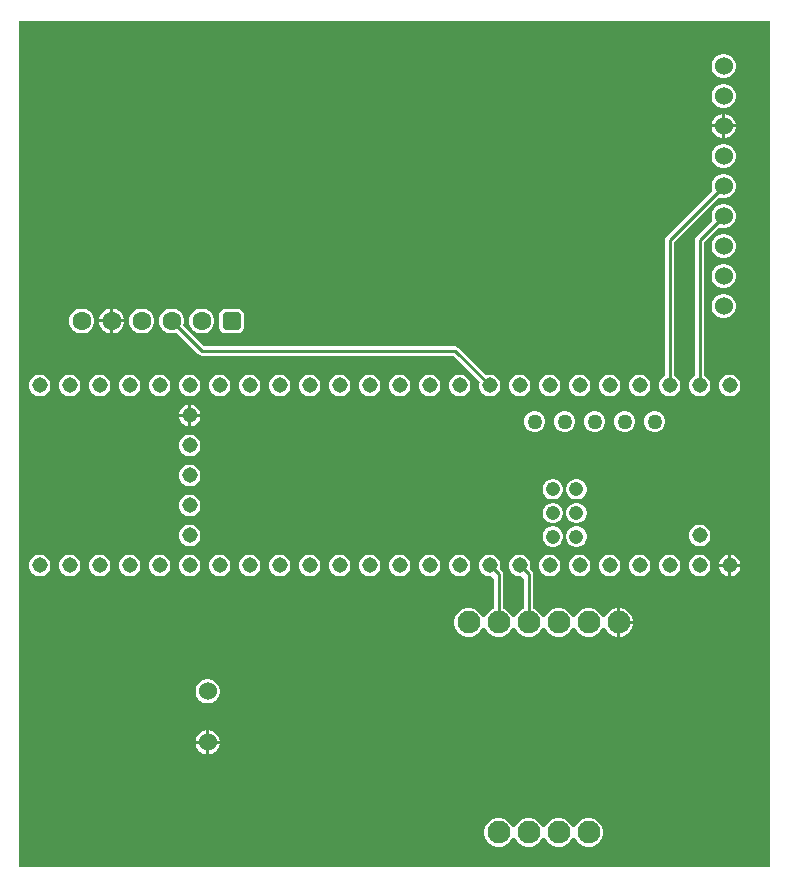
<source format=gbr>
%FSTAX23Y23*%
%MOIN*%
%SFA1B1*%

%IPPOS*%
%AMD27*
4,1,8,-0.015700,-0.031500,0.015700,-0.031500,0.031500,-0.015700,0.031500,0.015700,0.015700,0.031500,-0.015700,0.031500,-0.031500,0.015700,-0.031500,-0.015700,-0.015700,-0.031500,0.0*
1,1,0.031496,-0.015700,-0.015700*
1,1,0.031496,0.015700,-0.015700*
1,1,0.031496,0.015700,0.015700*
1,1,0.031496,-0.015700,0.015700*
%
%ADD13C,0.010000*%
%ADD21C,0.051496*%
%ADD22C,0.049527*%
%ADD23C,0.047559*%
%ADD24C,0.060000*%
%ADD25C,0.076000*%
%ADD26C,0.062992*%
G04~CAMADD=27~8~0.0~0.0~629.9~629.9~157.5~0.0~15~0.0~0.0~0.0~0.0~0~0.0~0.0~0.0~0.0~0~0.0~0.0~0.0~180.0~630.0~630.0*
%ADD27D27*%
%LNpcb1_copper_signal_top-1*%
%LPD*%
G36*
X02505Y0D02*
X0D01*
Y0282*
X02505*
Y0*
G37*
%LNpcb1_copper_signal_top-2*%
%LPC*%
G36*
X02355Y0271D02*
X02344D01*
X02334Y02707*
X02325Y02702*
X02317Y02694*
X02312Y02685*
X0231Y02675*
Y02664*
X02312Y02654*
X02317Y02645*
X02325Y02637*
X02334Y02632*
X02344Y0263*
X02355*
X02365Y02632*
X02374Y02637*
X02382Y02645*
X02387Y02654*
X0239Y02664*
Y02675*
X02387Y02685*
X02382Y02694*
X02374Y02702*
X02365Y02707*
X02355Y0271*
G37*
G36*
Y0261D02*
X02344D01*
X02334Y02607*
X02325Y02602*
X02317Y02594*
X02312Y02585*
X0231Y02575*
Y02564*
X02312Y02554*
X02317Y02545*
X02325Y02537*
X02334Y02532*
X02344Y0253*
X02355*
X02365Y02532*
X02374Y02537*
X02382Y02545*
X02387Y02554*
X0239Y02564*
Y02575*
X02387Y02585*
X02382Y02594*
X02374Y02602*
X02365Y02607*
X02355Y0261*
G37*
G36*
Y0251D02*
X02355D01*
Y02475*
X0239*
Y02475*
X02387Y02485*
X02382Y02494*
X02374Y02502*
X02365Y02507*
X02355Y0251*
G37*
G36*
X02345D02*
X02344D01*
X02334Y02507*
X02325Y02502*
X02317Y02494*
X02312Y02485*
X0231Y02475*
Y02475*
X02345*
Y0251*
G37*
G36*
X0239Y02465D02*
X02355D01*
Y0243*
X02355*
X02365Y02432*
X02374Y02437*
X02382Y02445*
X02387Y02454*
X0239Y02464*
Y02465*
G37*
G36*
X02345D02*
X0231D01*
Y02464*
X02312Y02454*
X02317Y02445*
X02325Y02437*
X02334Y02432*
X02344Y0243*
X02345*
Y02465*
G37*
G36*
X02355Y0241D02*
X02344D01*
X02334Y02407*
X02325Y02402*
X02317Y02394*
X02312Y02385*
X0231Y02375*
Y02364*
X02312Y02354*
X02317Y02345*
X02325Y02337*
X02334Y02332*
X02344Y0233*
X02355*
X02365Y02332*
X02374Y02337*
X02382Y02345*
X02387Y02354*
X0239Y02364*
Y02375*
X02387Y02385*
X02382Y02394*
X02374Y02402*
X02365Y02407*
X02355Y0241*
G37*
G36*
Y0231D02*
X02344D01*
X02334Y02307*
X02325Y02302*
X02317Y02294*
X02312Y02285*
X0231Y02275*
Y02264*
X02312Y02254*
X02312Y02254*
X02159Y021*
X02155Y02095*
X02154Y0209*
Y01637*
X02148Y01633*
X02141Y01626*
X02136Y01618*
X02134Y01609*
Y016*
X02136Y01591*
X02141Y01583*
X02148Y01576*
X02156Y01571*
X02165Y01569*
X02174*
X02183Y01571*
X02191Y01576*
X02198Y01583*
X02203Y01591*
X02205Y016*
Y01609*
X02203Y01618*
X02198Y01626*
X02191Y01633*
X02185Y01637*
Y02083*
X02334Y02232*
X02334Y02232*
X02344Y0223*
X02355*
X02365Y02232*
X02374Y02237*
X02382Y02245*
X02387Y02254*
X0239Y02264*
Y02275*
X02387Y02285*
X02382Y02294*
X02374Y02302*
X02365Y02307*
X02355Y0231*
G37*
G36*
Y0221D02*
X02344D01*
X02334Y02207*
X02325Y02202*
X02317Y02194*
X02312Y02185*
X0231Y02175*
Y02164*
X02312Y02154*
X02312Y02154*
X02259Y021*
X02255Y02095*
X02254Y0209*
Y01637*
X02248Y01633*
X02241Y01626*
X02236Y01618*
X02234Y01609*
Y016*
X02236Y01591*
X02241Y01583*
X02248Y01576*
X02256Y01571*
X02265Y01569*
X02274*
X02283Y01571*
X02291Y01576*
X02298Y01583*
X02303Y01591*
X02305Y016*
Y01609*
X02303Y01618*
X02298Y01626*
X02291Y01633*
X02285Y01637*
Y02083*
X02334Y02132*
X02334Y02132*
X02344Y0213*
X02355*
X02365Y02132*
X02374Y02137*
X02382Y02145*
X02387Y02154*
X0239Y02164*
Y02175*
X02387Y02185*
X02382Y02194*
X02374Y02202*
X02365Y02207*
X02355Y0221*
G37*
G36*
Y0211D02*
X02344D01*
X02334Y02107*
X02325Y02102*
X02317Y02094*
X02312Y02085*
X0231Y02075*
Y02064*
X02312Y02054*
X02317Y02045*
X02325Y02037*
X02334Y02032*
X02344Y0203*
X02355*
X02365Y02032*
X02374Y02037*
X02382Y02045*
X02387Y02054*
X0239Y02064*
Y02075*
X02387Y02085*
X02382Y02094*
X02374Y02102*
X02365Y02107*
X02355Y0211*
G37*
G36*
Y0201D02*
X02344D01*
X02334Y02007*
X02325Y02002*
X02317Y01994*
X02312Y01985*
X0231Y01975*
Y01964*
X02312Y01954*
X02317Y01945*
X02325Y01937*
X02334Y01932*
X02344Y0193*
X02355*
X02365Y01932*
X02374Y01937*
X02382Y01945*
X02387Y01954*
X0239Y01964*
Y01975*
X02387Y01985*
X02382Y01994*
X02374Y02002*
X02365Y02007*
X02355Y0201*
G37*
G36*
Y0191D02*
X02344D01*
X02334Y01907*
X02325Y01902*
X02317Y01894*
X02312Y01885*
X0231Y01875*
Y01864*
X02312Y01854*
X02317Y01845*
X02325Y01837*
X02334Y01832*
X02344Y0183*
X02355*
X02365Y01832*
X02374Y01837*
X02382Y01845*
X02387Y01854*
X0239Y01864*
Y01875*
X02387Y01885*
X02382Y01894*
X02374Y01902*
X02365Y01907*
X02355Y0191*
G37*
G36*
X00315Y01861D02*
X00315D01*
Y01825*
X00351*
Y01825*
X00348Y01836*
X00343Y01845*
X00335Y01853*
X00326Y01858*
X00315Y01861*
G37*
G36*
X00305D02*
X00304D01*
X00293Y01858*
X00284Y01853*
X00276Y01845*
X00271Y01836*
X00268Y01825*
Y01825*
X00305*
Y01861*
G37*
G36*
X00615D02*
X00604D01*
X00593Y01858*
X00584Y01853*
X00576Y01845*
X00571Y01836*
X00568Y01825*
Y01814*
X00571Y01803*
X00576Y01794*
X00584Y01786*
X00593Y01781*
X00604Y01778*
X00615*
X00626Y01781*
X00635Y01786*
X00643Y01794*
X00648Y01803*
X00651Y01814*
Y01825*
X00648Y01836*
X00643Y01845*
X00635Y01853*
X00626Y01858*
X00615Y01861*
G37*
G36*
X00415D02*
X00404D01*
X00393Y01858*
X00384Y01853*
X00376Y01845*
X00371Y01836*
X00368Y01825*
Y01814*
X00371Y01803*
X00376Y01794*
X00384Y01786*
X00393Y01781*
X00404Y01778*
X00415*
X00426Y01781*
X00435Y01786*
X00443Y01794*
X00448Y01803*
X00451Y01814*
Y01825*
X00448Y01836*
X00443Y01845*
X00435Y01853*
X00426Y01858*
X00415Y01861*
G37*
G36*
X00351Y01815D02*
X00315D01*
Y01778*
X00315*
X00326Y01781*
X00335Y01786*
X00343Y01794*
X00348Y01803*
X00351Y01814*
Y01815*
G37*
G36*
X00305D02*
X00268D01*
Y01814*
X00271Y01803*
X00276Y01794*
X00284Y01786*
X00293Y01781*
X00304Y01778*
X00305*
Y01815*
G37*
G36*
X00215Y01861D02*
X00204D01*
X00193Y01858*
X00184Y01853*
X00176Y01845*
X00171Y01836*
X00168Y01825*
Y01814*
X00171Y01803*
X00176Y01794*
X00184Y01786*
X00193Y01781*
X00204Y01778*
X00215*
X00226Y01781*
X00235Y01786*
X00243Y01794*
X00248Y01803*
X00251Y01814*
Y01825*
X00248Y01836*
X00243Y01845*
X00235Y01853*
X00226Y01858*
X00215Y01861*
G37*
G36*
X00725Y01861D02*
X00694D01*
X00687Y0186*
X00681Y01858*
X00675Y01854*
X00671Y01848*
X00669Y01842*
X00668Y01835*
Y01804*
X00669Y01797*
X00671Y01791*
X00675Y01785*
X00681Y01781*
X00687Y01779*
X00694Y01778*
X00725*
X00732Y01779*
X00738Y01781*
X00744Y01785*
X00748Y01791*
X0075Y01797*
X00751Y01804*
Y01835*
X0075Y01842*
X00748Y01848*
X00744Y01854*
X00738Y01858*
X00732Y0186*
X00725Y01861*
G37*
G36*
X02374Y0164D02*
X02365D01*
X02356Y01638*
X02348Y01633*
X02341Y01626*
X02336Y01618*
X02334Y01609*
Y016*
X02336Y01591*
X02341Y01583*
X02348Y01576*
X02356Y01571*
X02365Y01569*
X02374*
X02383Y01571*
X02391Y01576*
X02398Y01583*
X02403Y01591*
X02405Y016*
Y01609*
X02403Y01618*
X02398Y01626*
X02391Y01633*
X02383Y01638*
X02374Y0164*
G37*
G36*
X02074D02*
X02065D01*
X02056Y01638*
X02048Y01633*
X02041Y01626*
X02036Y01618*
X02034Y01609*
Y016*
X02036Y01591*
X02041Y01583*
X02048Y01576*
X02056Y01571*
X02065Y01569*
X02074*
X02083Y01571*
X02091Y01576*
X02098Y01583*
X02103Y01591*
X02105Y016*
Y01609*
X02103Y01618*
X02098Y01626*
X02091Y01633*
X02083Y01638*
X02074Y0164*
G37*
G36*
X01974D02*
X01965D01*
X01956Y01638*
X01948Y01633*
X01941Y01626*
X01936Y01618*
X01934Y01609*
Y016*
X01936Y01591*
X01941Y01583*
X01948Y01576*
X01956Y01571*
X01965Y01569*
X01974*
X01983Y01571*
X01991Y01576*
X01998Y01583*
X02003Y01591*
X02005Y016*
Y01609*
X02003Y01618*
X01998Y01626*
X01991Y01633*
X01983Y01638*
X01974Y0164*
G37*
G36*
X01874D02*
X01865D01*
X01856Y01638*
X01848Y01633*
X01841Y01626*
X01836Y01618*
X01834Y01609*
Y016*
X01836Y01591*
X01841Y01583*
X01848Y01576*
X01856Y01571*
X01865Y01569*
X01874*
X01883Y01571*
X01891Y01576*
X01898Y01583*
X01903Y01591*
X01905Y016*
Y01609*
X01903Y01618*
X01898Y01626*
X01891Y01633*
X01883Y01638*
X01874Y0164*
G37*
G36*
X01774D02*
X01765D01*
X01756Y01638*
X01748Y01633*
X01741Y01626*
X01736Y01618*
X01734Y01609*
Y016*
X01736Y01591*
X01741Y01583*
X01748Y01576*
X01756Y01571*
X01765Y01569*
X01774*
X01783Y01571*
X01791Y01576*
X01798Y01583*
X01803Y01591*
X01805Y016*
Y01609*
X01803Y01618*
X01798Y01626*
X01791Y01633*
X01783Y01638*
X01774Y0164*
G37*
G36*
X01674D02*
X01665D01*
X01656Y01638*
X01648Y01633*
X01641Y01626*
X01636Y01618*
X01634Y01609*
Y016*
X01636Y01591*
X01641Y01583*
X01648Y01576*
X01656Y01571*
X01665Y01569*
X01674*
X01683Y01571*
X01691Y01576*
X01698Y01583*
X01703Y01591*
X01705Y016*
Y01609*
X01703Y01618*
X01698Y01626*
X01691Y01633*
X01683Y01638*
X01674Y0164*
G37*
G36*
X00515Y01861D02*
X00504D01*
X00493Y01858*
X00484Y01853*
X00476Y01845*
X00471Y01836*
X00468Y01825*
Y01814*
X00471Y01803*
X00476Y01794*
X00484Y01786*
X00493Y01781*
X00504Y01778*
X00515*
X00526Y01781*
X00526Y01781*
X00599Y01709*
X00604Y01705*
X0061Y01704*
X01448*
X01536Y01617*
X01534Y01609*
Y016*
X01536Y01591*
X01541Y01583*
X01548Y01576*
X01556Y01571*
X01565Y01569*
X01574*
X01583Y01571*
X01591Y01576*
X01598Y01583*
X01603Y01591*
X01605Y016*
Y01609*
X01603Y01618*
X01598Y01626*
X01591Y01633*
X01583Y01638*
X01574Y0164*
X01565*
X01557Y01638*
X01465Y0173*
X0146Y01734*
X01455Y01735*
X00616*
X00548Y01803*
X00548Y01803*
X00551Y01814*
Y01825*
X00548Y01836*
X00543Y01845*
X00535Y01853*
X00526Y01858*
X00515Y01861*
G37*
G36*
X01474Y0164D02*
X01465D01*
X01456Y01638*
X01448Y01633*
X01441Y01626*
X01436Y01618*
X01434Y01609*
Y016*
X01436Y01591*
X01441Y01583*
X01448Y01576*
X01456Y01571*
X01465Y01569*
X01474*
X01483Y01571*
X01491Y01576*
X01498Y01583*
X01503Y01591*
X01505Y016*
Y01609*
X01503Y01618*
X01498Y01626*
X01491Y01633*
X01483Y01638*
X01474Y0164*
G37*
G36*
X01374D02*
X01365D01*
X01356Y01638*
X01348Y01633*
X01341Y01626*
X01336Y01618*
X01334Y01609*
Y016*
X01336Y01591*
X01341Y01583*
X01348Y01576*
X01356Y01571*
X01365Y01569*
X01374*
X01383Y01571*
X01391Y01576*
X01398Y01583*
X01403Y01591*
X01405Y016*
Y01609*
X01403Y01618*
X01398Y01626*
X01391Y01633*
X01383Y01638*
X01374Y0164*
G37*
G36*
X01274D02*
X01265D01*
X01256Y01638*
X01248Y01633*
X01241Y01626*
X01236Y01618*
X01234Y01609*
Y016*
X01236Y01591*
X01241Y01583*
X01248Y01576*
X01256Y01571*
X01265Y01569*
X01274*
X01283Y01571*
X01291Y01576*
X01298Y01583*
X01303Y01591*
X01305Y016*
Y01609*
X01303Y01618*
X01298Y01626*
X01291Y01633*
X01283Y01638*
X01274Y0164*
G37*
G36*
X01174D02*
X01165D01*
X01156Y01638*
X01148Y01633*
X01141Y01626*
X01136Y01618*
X01134Y01609*
Y016*
X01136Y01591*
X01141Y01583*
X01148Y01576*
X01156Y01571*
X01165Y01569*
X01174*
X01183Y01571*
X01191Y01576*
X01198Y01583*
X01203Y01591*
X01205Y016*
Y01609*
X01203Y01618*
X01198Y01626*
X01191Y01633*
X01183Y01638*
X01174Y0164*
G37*
G36*
X01074D02*
X01065D01*
X01056Y01638*
X01048Y01633*
X01041Y01626*
X01036Y01618*
X01034Y01609*
Y016*
X01036Y01591*
X01041Y01583*
X01048Y01576*
X01056Y01571*
X01065Y01569*
X01074*
X01083Y01571*
X01091Y01576*
X01098Y01583*
X01103Y01591*
X01105Y016*
Y01609*
X01103Y01618*
X01098Y01626*
X01091Y01633*
X01083Y01638*
X01074Y0164*
G37*
G36*
X00974D02*
X00965D01*
X00956Y01638*
X00948Y01633*
X00941Y01626*
X00936Y01618*
X00934Y01609*
Y016*
X00936Y01591*
X00941Y01583*
X00948Y01576*
X00956Y01571*
X00965Y01569*
X00974*
X00983Y01571*
X00991Y01576*
X00998Y01583*
X01003Y01591*
X01005Y016*
Y01609*
X01003Y01618*
X00998Y01626*
X00991Y01633*
X00983Y01638*
X00974Y0164*
G37*
G36*
X00874D02*
X00865D01*
X00856Y01638*
X00848Y01633*
X00841Y01626*
X00836Y01618*
X00834Y01609*
Y016*
X00836Y01591*
X00841Y01583*
X00848Y01576*
X00856Y01571*
X00865Y01569*
X00874*
X00883Y01571*
X00891Y01576*
X00898Y01583*
X00903Y01591*
X00905Y016*
Y01609*
X00903Y01618*
X00898Y01626*
X00891Y01633*
X00883Y01638*
X00874Y0164*
G37*
G36*
X00774D02*
X00765D01*
X00756Y01638*
X00748Y01633*
X00741Y01626*
X00736Y01618*
X00734Y01609*
Y016*
X00736Y01591*
X00741Y01583*
X00748Y01576*
X00756Y01571*
X00765Y01569*
X00774*
X00783Y01571*
X00791Y01576*
X00798Y01583*
X00803Y01591*
X00805Y016*
Y01609*
X00803Y01618*
X00798Y01626*
X00791Y01633*
X00783Y01638*
X00774Y0164*
G37*
G36*
X00674D02*
X00665D01*
X00656Y01638*
X00648Y01633*
X00641Y01626*
X00636Y01618*
X00634Y01609*
Y016*
X00636Y01591*
X00641Y01583*
X00648Y01576*
X00656Y01571*
X00665Y01569*
X00674*
X00683Y01571*
X00691Y01576*
X00698Y01583*
X00703Y01591*
X00705Y016*
Y01609*
X00703Y01618*
X00698Y01626*
X00691Y01633*
X00683Y01638*
X00674Y0164*
G37*
G36*
X00574D02*
X00565D01*
X00556Y01638*
X00548Y01633*
X00541Y01626*
X00536Y01618*
X00534Y01609*
Y016*
X00536Y01591*
X00541Y01583*
X00548Y01576*
X00556Y01571*
X00565Y01569*
X00574*
X00583Y01571*
X00591Y01576*
X00598Y01583*
X00603Y01591*
X00605Y016*
Y01609*
X00603Y01618*
X00598Y01626*
X00591Y01633*
X00583Y01638*
X00574Y0164*
G37*
G36*
X00474D02*
X00465D01*
X00456Y01638*
X00448Y01633*
X00441Y01626*
X00436Y01618*
X00434Y01609*
Y016*
X00436Y01591*
X00441Y01583*
X00448Y01576*
X00456Y01571*
X00465Y01569*
X00474*
X00483Y01571*
X00491Y01576*
X00498Y01583*
X00503Y01591*
X00505Y016*
Y01609*
X00503Y01618*
X00498Y01626*
X00491Y01633*
X00483Y01638*
X00474Y0164*
G37*
G36*
X00374D02*
X00365D01*
X00356Y01638*
X00348Y01633*
X00341Y01626*
X00336Y01618*
X00334Y01609*
Y016*
X00336Y01591*
X00341Y01583*
X00348Y01576*
X00356Y01571*
X00365Y01569*
X00374*
X00383Y01571*
X00391Y01576*
X00398Y01583*
X00403Y01591*
X00405Y016*
Y01609*
X00403Y01618*
X00398Y01626*
X00391Y01633*
X00383Y01638*
X00374Y0164*
G37*
G36*
X00274D02*
X00265D01*
X00256Y01638*
X00248Y01633*
X00241Y01626*
X00236Y01618*
X00234Y01609*
Y016*
X00236Y01591*
X00241Y01583*
X00248Y01576*
X00256Y01571*
X00265Y01569*
X00274*
X00283Y01571*
X00291Y01576*
X00298Y01583*
X00303Y01591*
X00305Y016*
Y01609*
X00303Y01618*
X00298Y01626*
X00291Y01633*
X00283Y01638*
X00274Y0164*
G37*
G36*
X00174D02*
X00165D01*
X00156Y01638*
X00148Y01633*
X00141Y01626*
X00136Y01618*
X00134Y01609*
Y016*
X00136Y01591*
X00141Y01583*
X00148Y01576*
X00156Y01571*
X00165Y01569*
X00174*
X00183Y01571*
X00191Y01576*
X00198Y01583*
X00203Y01591*
X00205Y016*
Y01609*
X00203Y01618*
X00198Y01626*
X00191Y01633*
X00183Y01638*
X00174Y0164*
G37*
G36*
X00074D02*
X00065D01*
X00056Y01638*
X00048Y01633*
X00041Y01626*
X00036Y01618*
X00034Y01609*
Y016*
X00036Y01591*
X00041Y01583*
X00048Y01576*
X00056Y01571*
X00065Y01569*
X00074*
X00083Y01571*
X00091Y01576*
X00098Y01583*
X00103Y01591*
X00105Y016*
Y01609*
X00103Y01618*
X00098Y01626*
X00091Y01633*
X00083Y01638*
X00074Y0164*
G37*
G36*
X00575Y0154D02*
Y0151D01*
X00605*
X00603Y01518*
X00598Y01526*
X00591Y01533*
X00583Y01538*
X00575Y0154*
G37*
G36*
X00565D02*
X00556Y01538D01*
X00548Y01533*
X00541Y01526*
X00536Y01518*
X00534Y0151*
X00565*
Y0154*
G37*
G36*
X00605Y015D02*
X00575D01*
Y01469*
X00583Y01471*
X00591Y01476*
X00598Y01483*
X00603Y01491*
X00605Y015*
G37*
G36*
X00565D02*
X00534D01*
X00536Y01491*
X00541Y01483*
X00548Y01476*
X00556Y01471*
X00565Y01469*
Y015*
G37*
G36*
X02124Y01519D02*
X02115D01*
X02106Y01517*
X02098Y01512*
X02092Y01506*
X02087Y01498*
X02085Y01489*
Y0148*
X02087Y01471*
X02092Y01463*
X02098Y01457*
X02106Y01452*
X02115Y0145*
X02124*
X02133Y01452*
X02141Y01457*
X02147Y01463*
X02152Y01471*
X02154Y0148*
Y01489*
X02152Y01498*
X02147Y01506*
X02141Y01512*
X02133Y01517*
X02124Y01519*
G37*
G36*
X02024D02*
X02015D01*
X02006Y01517*
X01998Y01512*
X01992Y01506*
X01987Y01498*
X01985Y01489*
Y0148*
X01987Y01471*
X01992Y01463*
X01998Y01457*
X02006Y01452*
X02015Y0145*
X02024*
X02033Y01452*
X02041Y01457*
X02047Y01463*
X02052Y01471*
X02054Y0148*
Y01489*
X02052Y01498*
X02047Y01506*
X02041Y01512*
X02033Y01517*
X02024Y01519*
G37*
G36*
X01924D02*
X01915D01*
X01906Y01517*
X01898Y01512*
X01892Y01506*
X01887Y01498*
X01885Y01489*
Y0148*
X01887Y01471*
X01892Y01463*
X01898Y01457*
X01906Y01452*
X01915Y0145*
X01924*
X01933Y01452*
X01941Y01457*
X01947Y01463*
X01952Y01471*
X01954Y0148*
Y01489*
X01952Y01498*
X01947Y01506*
X01941Y01512*
X01933Y01517*
X01924Y01519*
G37*
G36*
X01824D02*
X01815D01*
X01806Y01517*
X01798Y01512*
X01792Y01506*
X01787Y01498*
X01785Y01489*
Y0148*
X01787Y01471*
X01792Y01463*
X01798Y01457*
X01806Y01452*
X01815Y0145*
X01824*
X01833Y01452*
X01841Y01457*
X01847Y01463*
X01852Y01471*
X01854Y0148*
Y01489*
X01852Y01498*
X01847Y01506*
X01841Y01512*
X01833Y01517*
X01824Y01519*
G37*
G36*
X01724D02*
X01715D01*
X01706Y01517*
X01698Y01512*
X01692Y01506*
X01687Y01498*
X01685Y01489*
Y0148*
X01687Y01471*
X01692Y01463*
X01698Y01457*
X01706Y01452*
X01715Y0145*
X01724*
X01733Y01452*
X01741Y01457*
X01747Y01463*
X01752Y01471*
X01754Y0148*
Y01489*
X01752Y01498*
X01747Y01506*
X01741Y01512*
X01733Y01517*
X01724Y01519*
G37*
G36*
X00574Y0144D02*
X00565D01*
X00556Y01438*
X00548Y01433*
X00541Y01426*
X00536Y01418*
X00534Y01409*
Y014*
X00536Y01391*
X00541Y01383*
X00548Y01376*
X00556Y01371*
X00565Y01369*
X00574*
X00583Y01371*
X00591Y01376*
X00598Y01383*
X00603Y01391*
X00605Y014*
Y01409*
X00603Y01418*
X00598Y01426*
X00591Y01433*
X00583Y01438*
X00574Y0144*
G37*
G36*
Y0134D02*
X00565D01*
X00556Y01338*
X00548Y01333*
X00541Y01326*
X00536Y01318*
X00534Y01309*
Y013*
X00536Y01291*
X00541Y01283*
X00548Y01276*
X00556Y01271*
X00565Y01269*
X00574*
X00583Y01271*
X00591Y01276*
X00598Y01283*
X00603Y01291*
X00605Y013*
Y01309*
X00603Y01318*
X00598Y01326*
X00591Y01333*
X00583Y01338*
X00574Y0134*
G37*
G36*
X01863Y01292D02*
X01854D01*
X01846Y0129*
X01838Y01285*
X01832Y01279*
X01827Y01271*
X01825Y01263*
Y01254*
X01827Y01245*
X01832Y01238*
X01838Y01231*
X01846Y01227*
X01854Y01225*
X01863*
X01872Y01227*
X0188Y01231*
X01886Y01238*
X0189Y01245*
X01893Y01254*
Y01263*
X0189Y01271*
X01886Y01279*
X0188Y01285*
X01872Y0129*
X01863Y01292*
G37*
G36*
X01785D02*
X01776D01*
X01767Y0129*
X01759Y01285*
X01753Y01279*
X01749Y01271*
X01746Y01263*
Y01254*
X01749Y01245*
X01753Y01238*
X01759Y01231*
X01767Y01227*
X01776Y01225*
X01785*
X01793Y01227*
X01801Y01231*
X01807Y01238*
X01812Y01245*
X01814Y01254*
Y01263*
X01812Y01271*
X01807Y01279*
X01801Y01285*
X01793Y0129*
X01785Y01292*
G37*
G36*
X00574Y0124D02*
X00565D01*
X00556Y01238*
X00548Y01233*
X00541Y01226*
X00536Y01218*
X00534Y01209*
Y012*
X00536Y01191*
X00541Y01183*
X00548Y01176*
X00556Y01171*
X00565Y01169*
X00574*
X00583Y01171*
X00591Y01176*
X00598Y01183*
X00603Y01191*
X00605Y012*
Y01209*
X00603Y01218*
X00598Y01226*
X00591Y01233*
X00583Y01238*
X00574Y0124*
G37*
G36*
X01863Y01213D02*
X01854D01*
X01846Y01211*
X01838Y01207*
X01832Y012*
X01827Y01193*
X01825Y01184*
Y01175*
X01827Y01167*
X01832Y01159*
X01838Y01153*
X01846Y01148*
X01854Y01146*
X01863*
X01872Y01148*
X0188Y01153*
X01886Y01159*
X0189Y01167*
X01893Y01175*
Y01184*
X0189Y01193*
X01886Y012*
X0188Y01207*
X01872Y01211*
X01863Y01213*
G37*
G36*
X01785D02*
X01776D01*
X01767Y01211*
X01759Y01207*
X01753Y012*
X01749Y01193*
X01746Y01184*
Y01175*
X01749Y01167*
X01753Y01159*
X01759Y01153*
X01767Y01148*
X01776Y01146*
X01785*
X01793Y01148*
X01801Y01153*
X01807Y01159*
X01812Y01167*
X01814Y01175*
Y01184*
X01812Y01193*
X01807Y012*
X01801Y01207*
X01793Y01211*
X01785Y01213*
G37*
G36*
X02274Y0114D02*
X02265D01*
X02256Y01138*
X02248Y01133*
X02241Y01126*
X02236Y01118*
X02234Y01109*
Y011*
X02236Y01091*
X02241Y01083*
X02248Y01076*
X02256Y01071*
X02265Y01069*
X02274*
X02283Y01071*
X02291Y01076*
X02298Y01083*
X02303Y01091*
X02305Y011*
Y01109*
X02303Y01118*
X02298Y01126*
X02291Y01133*
X02283Y01138*
X02274Y0114*
G37*
G36*
X00574D02*
X00565D01*
X00556Y01138*
X00548Y01133*
X00541Y01126*
X00536Y01118*
X00534Y01109*
Y011*
X00536Y01091*
X00541Y01083*
X00548Y01076*
X00556Y01071*
X00565Y01069*
X00574*
X00583Y01071*
X00591Y01076*
X00598Y01083*
X00603Y01091*
X00605Y011*
Y01109*
X00603Y01118*
X00598Y01126*
X00591Y01133*
X00583Y01138*
X00574Y0114*
G37*
G36*
X01863Y01135D02*
X01854D01*
X01846Y01132*
X01838Y01128*
X01832Y01122*
X01827Y01114*
X01825Y01105*
Y01097*
X01827Y01088*
X01832Y0108*
X01838Y01074*
X01846Y01069*
X01854Y01067*
X01863*
X01872Y01069*
X0188Y01074*
X01886Y0108*
X0189Y01088*
X01893Y01097*
Y01105*
X0189Y01114*
X01886Y01122*
X0188Y01128*
X01872Y01132*
X01863Y01135*
G37*
G36*
X01785D02*
X01776D01*
X01767Y01132*
X01759Y01128*
X01753Y01122*
X01749Y01114*
X01746Y01105*
Y01097*
X01749Y01088*
X01753Y0108*
X01759Y01074*
X01767Y01069*
X01776Y01067*
X01785*
X01793Y01069*
X01801Y01074*
X01807Y0108*
X01812Y01088*
X01814Y01097*
Y01105*
X01812Y01114*
X01807Y01122*
X01801Y01128*
X01793Y01132*
X01785Y01135*
G37*
G36*
X02375Y0104D02*
Y0101D01*
X02405*
X02403Y01018*
X02398Y01026*
X02391Y01033*
X02383Y01038*
X02375Y0104*
G37*
G36*
X02365D02*
X02356Y01038D01*
X02348Y01033*
X02341Y01026*
X02336Y01018*
X02334Y0101*
X02365*
Y0104*
G37*
G36*
X02405Y01D02*
X02375D01*
Y00969*
X02383Y00971*
X02391Y00976*
X02398Y00983*
X02403Y00991*
X02405Y01*
G37*
G36*
X02365D02*
X02334D01*
X02336Y00991*
X02341Y00983*
X02348Y00976*
X02356Y00971*
X02365Y00969*
Y01*
G37*
G36*
X02274Y0104D02*
X02265D01*
X02256Y01038*
X02248Y01033*
X02241Y01026*
X02236Y01018*
X02234Y01009*
Y01*
X02236Y00991*
X02241Y00983*
X02248Y00976*
X02256Y00971*
X02265Y00969*
X02274*
X02283Y00971*
X02291Y00976*
X02298Y00983*
X02303Y00991*
X02305Y01*
Y01009*
X02303Y01018*
X02298Y01026*
X02291Y01033*
X02283Y01038*
X02274Y0104*
G37*
G36*
X02174D02*
X02165D01*
X02156Y01038*
X02148Y01033*
X02141Y01026*
X02136Y01018*
X02134Y01009*
Y01*
X02136Y00991*
X02141Y00983*
X02148Y00976*
X02156Y00971*
X02165Y00969*
X02174*
X02183Y00971*
X02191Y00976*
X02198Y00983*
X02203Y00991*
X02205Y01*
Y01009*
X02203Y01018*
X02198Y01026*
X02191Y01033*
X02183Y01038*
X02174Y0104*
G37*
G36*
X02074D02*
X02065D01*
X02056Y01038*
X02048Y01033*
X02041Y01026*
X02036Y01018*
X02034Y01009*
Y01*
X02036Y00991*
X02041Y00983*
X02048Y00976*
X02056Y00971*
X02065Y00969*
X02074*
X02083Y00971*
X02091Y00976*
X02098Y00983*
X02103Y00991*
X02105Y01*
Y01009*
X02103Y01018*
X02098Y01026*
X02091Y01033*
X02083Y01038*
X02074Y0104*
G37*
G36*
X01974D02*
X01965D01*
X01956Y01038*
X01948Y01033*
X01941Y01026*
X01936Y01018*
X01934Y01009*
Y01*
X01936Y00991*
X01941Y00983*
X01948Y00976*
X01956Y00971*
X01965Y00969*
X01974*
X01983Y00971*
X01991Y00976*
X01998Y00983*
X02003Y00991*
X02005Y01*
Y01009*
X02003Y01018*
X01998Y01026*
X01991Y01033*
X01983Y01038*
X01974Y0104*
G37*
G36*
X01874D02*
X01865D01*
X01856Y01038*
X01848Y01033*
X01841Y01026*
X01836Y01018*
X01834Y01009*
Y01*
X01836Y00991*
X01841Y00983*
X01848Y00976*
X01856Y00971*
X01865Y00969*
X01874*
X01883Y00971*
X01891Y00976*
X01898Y00983*
X01903Y00991*
X01905Y01*
Y01009*
X01903Y01018*
X01898Y01026*
X01891Y01033*
X01883Y01038*
X01874Y0104*
G37*
G36*
X01774D02*
X01765D01*
X01756Y01038*
X01748Y01033*
X01741Y01026*
X01736Y01018*
X01734Y01009*
Y01*
X01736Y00991*
X01741Y00983*
X01748Y00976*
X01756Y00971*
X01765Y00969*
X01774*
X01783Y00971*
X01791Y00976*
X01798Y00983*
X01803Y00991*
X01805Y01*
Y01009*
X01803Y01018*
X01798Y01026*
X01791Y01033*
X01783Y01038*
X01774Y0104*
G37*
G36*
X01474D02*
X01465D01*
X01456Y01038*
X01448Y01033*
X01441Y01026*
X01436Y01018*
X01434Y01009*
Y01*
X01436Y00991*
X01441Y00983*
X01448Y00976*
X01456Y00971*
X01465Y00969*
X01474*
X01483Y00971*
X01491Y00976*
X01498Y00983*
X01503Y00991*
X01505Y01*
Y01009*
X01503Y01018*
X01498Y01026*
X01491Y01033*
X01483Y01038*
X01474Y0104*
G37*
G36*
X01374D02*
X01365D01*
X01356Y01038*
X01348Y01033*
X01341Y01026*
X01336Y01018*
X01334Y01009*
Y01*
X01336Y00991*
X01341Y00983*
X01348Y00976*
X01356Y00971*
X01365Y00969*
X01374*
X01383Y00971*
X01391Y00976*
X01398Y00983*
X01403Y00991*
X01405Y01*
Y01009*
X01403Y01018*
X01398Y01026*
X01391Y01033*
X01383Y01038*
X01374Y0104*
G37*
G36*
X01274D02*
X01265D01*
X01256Y01038*
X01248Y01033*
X01241Y01026*
X01236Y01018*
X01234Y01009*
Y01*
X01236Y00991*
X01241Y00983*
X01248Y00976*
X01256Y00971*
X01265Y00969*
X01274*
X01283Y00971*
X01291Y00976*
X01298Y00983*
X01303Y00991*
X01305Y01*
Y01009*
X01303Y01018*
X01298Y01026*
X01291Y01033*
X01283Y01038*
X01274Y0104*
G37*
G36*
X01174D02*
X01165D01*
X01156Y01038*
X01148Y01033*
X01141Y01026*
X01136Y01018*
X01134Y01009*
Y01*
X01136Y00991*
X01141Y00983*
X01148Y00976*
X01156Y00971*
X01165Y00969*
X01174*
X01183Y00971*
X01191Y00976*
X01198Y00983*
X01203Y00991*
X01205Y01*
Y01009*
X01203Y01018*
X01198Y01026*
X01191Y01033*
X01183Y01038*
X01174Y0104*
G37*
G36*
X01074D02*
X01065D01*
X01056Y01038*
X01048Y01033*
X01041Y01026*
X01036Y01018*
X01034Y01009*
Y01*
X01036Y00991*
X01041Y00983*
X01048Y00976*
X01056Y00971*
X01065Y00969*
X01074*
X01083Y00971*
X01091Y00976*
X01098Y00983*
X01103Y00991*
X01105Y01*
Y01009*
X01103Y01018*
X01098Y01026*
X01091Y01033*
X01083Y01038*
X01074Y0104*
G37*
G36*
X00974D02*
X00965D01*
X00956Y01038*
X00948Y01033*
X00941Y01026*
X00936Y01018*
X00934Y01009*
Y01*
X00936Y00991*
X00941Y00983*
X00948Y00976*
X00956Y00971*
X00965Y00969*
X00974*
X00983Y00971*
X00991Y00976*
X00998Y00983*
X01003Y00991*
X01005Y01*
Y01009*
X01003Y01018*
X00998Y01026*
X00991Y01033*
X00983Y01038*
X00974Y0104*
G37*
G36*
X00874D02*
X00865D01*
X00856Y01038*
X00848Y01033*
X00841Y01026*
X00836Y01018*
X00834Y01009*
Y01*
X00836Y00991*
X00841Y00983*
X00848Y00976*
X00856Y00971*
X00865Y00969*
X00874*
X00883Y00971*
X00891Y00976*
X00898Y00983*
X00903Y00991*
X00905Y01*
Y01009*
X00903Y01018*
X00898Y01026*
X00891Y01033*
X00883Y01038*
X00874Y0104*
G37*
G36*
X00774D02*
X00765D01*
X00756Y01038*
X00748Y01033*
X00741Y01026*
X00736Y01018*
X00734Y01009*
Y01*
X00736Y00991*
X00741Y00983*
X00748Y00976*
X00756Y00971*
X00765Y00969*
X00774*
X00783Y00971*
X00791Y00976*
X00798Y00983*
X00803Y00991*
X00805Y01*
Y01009*
X00803Y01018*
X00798Y01026*
X00791Y01033*
X00783Y01038*
X00774Y0104*
G37*
G36*
X00674D02*
X00665D01*
X00656Y01038*
X00648Y01033*
X00641Y01026*
X00636Y01018*
X00634Y01009*
Y01*
X00636Y00991*
X00641Y00983*
X00648Y00976*
X00656Y00971*
X00665Y00969*
X00674*
X00683Y00971*
X00691Y00976*
X00698Y00983*
X00703Y00991*
X00705Y01*
Y01009*
X00703Y01018*
X00698Y01026*
X00691Y01033*
X00683Y01038*
X00674Y0104*
G37*
G36*
X00574D02*
X00565D01*
X00556Y01038*
X00548Y01033*
X00541Y01026*
X00536Y01018*
X00534Y01009*
Y01*
X00536Y00991*
X00541Y00983*
X00548Y00976*
X00556Y00971*
X00565Y00969*
X00574*
X00583Y00971*
X00591Y00976*
X00598Y00983*
X00603Y00991*
X00605Y01*
Y01009*
X00603Y01018*
X00598Y01026*
X00591Y01033*
X00583Y01038*
X00574Y0104*
G37*
G36*
X00474D02*
X00465D01*
X00456Y01038*
X00448Y01033*
X00441Y01026*
X00436Y01018*
X00434Y01009*
Y01*
X00436Y00991*
X00441Y00983*
X00448Y00976*
X00456Y00971*
X00465Y00969*
X00474*
X00483Y00971*
X00491Y00976*
X00498Y00983*
X00503Y00991*
X00505Y01*
Y01009*
X00503Y01018*
X00498Y01026*
X00491Y01033*
X00483Y01038*
X00474Y0104*
G37*
G36*
X00374D02*
X00365D01*
X00356Y01038*
X00348Y01033*
X00341Y01026*
X00336Y01018*
X00334Y01009*
Y01*
X00336Y00991*
X00341Y00983*
X00348Y00976*
X00356Y00971*
X00365Y00969*
X00374*
X00383Y00971*
X00391Y00976*
X00398Y00983*
X00403Y00991*
X00405Y01*
Y01009*
X00403Y01018*
X00398Y01026*
X00391Y01033*
X00383Y01038*
X00374Y0104*
G37*
G36*
X00274D02*
X00265D01*
X00256Y01038*
X00248Y01033*
X00241Y01026*
X00236Y01018*
X00234Y01009*
Y01*
X00236Y00991*
X00241Y00983*
X00248Y00976*
X00256Y00971*
X00265Y00969*
X00274*
X00283Y00971*
X00291Y00976*
X00298Y00983*
X00303Y00991*
X00305Y01*
Y01009*
X00303Y01018*
X00298Y01026*
X00291Y01033*
X00283Y01038*
X00274Y0104*
G37*
G36*
X00174D02*
X00165D01*
X00156Y01038*
X00148Y01033*
X00141Y01026*
X00136Y01018*
X00134Y01009*
Y01*
X00136Y00991*
X00141Y00983*
X00148Y00976*
X00156Y00971*
X00165Y00969*
X00174*
X00183Y00971*
X00191Y00976*
X00198Y00983*
X00203Y00991*
X00205Y01*
Y01009*
X00203Y01018*
X00198Y01026*
X00191Y01033*
X00183Y01038*
X00174Y0104*
G37*
G36*
X00074D02*
X00065D01*
X00056Y01038*
X00048Y01033*
X00041Y01026*
X00036Y01018*
X00034Y01009*
Y01*
X00036Y00991*
X00041Y00983*
X00048Y00976*
X00056Y00971*
X00065Y00969*
X00074*
X00083Y00971*
X00091Y00976*
X00098Y00983*
X00103Y00991*
X00105Y01*
Y01009*
X00103Y01018*
X00098Y01026*
X00091Y01033*
X00083Y01038*
X00074Y0104*
G37*
G36*
X01674D02*
X01665D01*
X01656Y01038*
X01648Y01033*
X01641Y01026*
X01636Y01018*
X01634Y01009*
Y01*
X01636Y00991*
X01641Y00983*
X01648Y00976*
X01656Y00971*
X01665Y00969*
X01674*
X01674Y00969*
X01684Y00961*
Y0086*
X01681Y00859*
X0167Y00853*
X01661Y00844*
X01655Y00833*
X01655Y00833*
X01644*
X01644Y00833*
X01638Y00844*
X01629Y00853*
X01618Y00859*
X01615Y0086*
Y00975*
X01614Y0098*
X0161Y00985*
X01603Y00992*
X01605Y01*
Y01009*
X01603Y01018*
X01598Y01026*
X01591Y01033*
X01583Y01038*
X01574Y0104*
X01565*
X01556Y01038*
X01548Y01033*
X01541Y01026*
X01536Y01018*
X01534Y01009*
Y01*
X01536Y00991*
X01541Y00983*
X01548Y00976*
X01556Y00971*
X01565Y00969*
X01574*
X01574Y00969*
X01584Y00961*
Y0086*
X01581Y00859*
X0157Y00853*
X01561Y00844*
X01555Y00833*
X01555Y00833*
X01544*
X01544Y00833*
X01538Y00844*
X01529Y00853*
X01518Y00859*
X01506Y00863*
X01493*
X01481Y00859*
X0147Y00853*
X01461Y00844*
X01455Y00833*
X01452Y00821*
Y00808*
X01455Y00796*
X01461Y00785*
X0147Y00776*
X01481Y0077*
X01493Y00767*
X01506*
X01518Y0077*
X01529Y00776*
X01538Y00785*
X01544Y00796*
X01544Y00796*
X01555*
X01555Y00796*
X01561Y00785*
X0157Y00776*
X01581Y0077*
X01593Y00767*
X01606*
X01618Y0077*
X01629Y00776*
X01638Y00785*
X01644Y00796*
X01644Y00796*
X01655*
X01655Y00796*
X01661Y00785*
X0167Y00776*
X01681Y0077*
X01693Y00767*
X01706*
X01718Y0077*
X01729Y00776*
X01738Y00785*
X01744Y00796*
X01744Y00796*
X01755*
X01755Y00796*
X01761Y00785*
X0177Y00776*
X01781Y0077*
X01793Y00767*
X01806*
X01818Y0077*
X01829Y00776*
X01838Y00785*
X01844Y00796*
X01844Y00796*
X01855*
X01855Y00796*
X01861Y00785*
X0187Y00776*
X01881Y0077*
X01893Y00767*
X01906*
X01918Y0077*
X01929Y00776*
X01938Y00785*
X01944Y00796*
X01944Y00796*
X01955*
X01955Y00796*
X01961Y00785*
X0197Y00776*
X01981Y0077*
X01993Y00767*
X01995*
Y00815*
Y00863*
X01993*
X01981Y00859*
X0197Y00853*
X01961Y00844*
X01955Y00833*
X01955Y00833*
X01944*
X01944Y00833*
X01938Y00844*
X01929Y00853*
X01918Y00859*
X01906Y00863*
X01893*
X01881Y00859*
X0187Y00853*
X01861Y00844*
X01855Y00833*
X01855Y00833*
X01844*
X01844Y00833*
X01838Y00844*
X01829Y00853*
X01818Y00859*
X01806Y00863*
X01793*
X01781Y00859*
X0177Y00853*
X01761Y00844*
X01755Y00833*
X01755Y00833*
X01744*
X01744Y00833*
X01738Y00844*
X01729Y00853*
X01718Y00859*
X01715Y0086*
Y00975*
X01714Y0098*
X0171Y00985*
X01703Y00992*
X01705Y01*
Y01009*
X01703Y01018*
X01698Y01026*
X01691Y01033*
X01683Y01038*
X01674Y0104*
G37*
G36*
X02006Y00863D02*
X02005D01*
Y0082*
X02048*
Y00821*
X02044Y00833*
X02038Y00844*
X02029Y00853*
X02018Y00859*
X02006Y00863*
G37*
G36*
X02048Y0081D02*
X02005D01*
Y00767*
X02006*
X02018Y0077*
X02029Y00776*
X02038Y00785*
X02044Y00796*
X02048Y00808*
Y0081*
G37*
G36*
X00635Y00625D02*
X00624D01*
X00614Y00622*
X00605Y00617*
X00597Y00609*
X00592Y006*
X0059Y0059*
Y00579*
X00592Y00569*
X00597Y0056*
X00605Y00552*
X00614Y00547*
X00624Y00545*
X00635*
X00645Y00547*
X00654Y00552*
X00662Y0056*
X00667Y00569*
X0067Y00579*
Y0059*
X00667Y006*
X00662Y00609*
X00654Y00617*
X00645Y00622*
X00635Y00625*
G37*
G36*
Y00455D02*
X00635D01*
Y0042*
X0067*
Y0042*
X00667Y0043*
X00662Y00439*
X00654Y00447*
X00645Y00452*
X00635Y00455*
G37*
G36*
X00625D02*
X00624D01*
X00614Y00452*
X00605Y00447*
X00597Y00439*
X00592Y0043*
X0059Y0042*
Y0042*
X00625*
Y00455*
G37*
G36*
X0067Y0041D02*
X00635D01*
Y00375*
X00635*
X00645Y00377*
X00654Y00382*
X00662Y0039*
X00667Y00399*
X0067Y00409*
Y0041*
G37*
G36*
X00625D02*
X0059D01*
Y00409*
X00592Y00399*
X00597Y0039*
X00605Y00382*
X00614Y00377*
X00624Y00375*
X00625*
Y0041*
G37*
G36*
X01906Y00163D02*
X01893D01*
X01881Y00159*
X0187Y00153*
X01861Y00144*
X01855Y00133*
X01855Y00133*
X01844*
X01844Y00133*
X01838Y00144*
X01829Y00153*
X01818Y00159*
X01806Y00163*
X01793*
X01781Y00159*
X0177Y00153*
X01761Y00144*
X01755Y00133*
X01755Y00133*
X01744*
X01744Y00133*
X01738Y00144*
X01729Y00153*
X01718Y00159*
X01706Y00163*
X01693*
X01681Y00159*
X0167Y00153*
X01661Y00144*
X01655Y00133*
X01655Y00133*
X01644*
X01644Y00133*
X01638Y00144*
X01629Y00153*
X01618Y00159*
X01606Y00163*
X01593*
X01581Y00159*
X0157Y00153*
X01561Y00144*
X01555Y00133*
X01552Y00121*
Y00108*
X01555Y00096*
X01561Y00085*
X0157Y00076*
X01581Y0007*
X01593Y00067*
X01606*
X01618Y0007*
X01629Y00076*
X01638Y00085*
X01644Y00096*
X01644Y00096*
X01655*
X01655Y00096*
X01661Y00085*
X0167Y00076*
X01681Y0007*
X01693Y00067*
X01706*
X01718Y0007*
X01729Y00076*
X01738Y00085*
X01744Y00096*
X01744Y00096*
X01755*
X01755Y00096*
X01761Y00085*
X0177Y00076*
X01781Y0007*
X01793Y00067*
X01806*
X01818Y0007*
X01829Y00076*
X01838Y00085*
X01844Y00096*
X01844Y00096*
X01855*
X01855Y00096*
X01861Y00085*
X0187Y00076*
X01881Y0007*
X01893Y00067*
X01906*
X01918Y0007*
X01929Y00076*
X01938Y00085*
X01944Y00096*
X01948Y00108*
Y00121*
X01944Y00133*
X01938Y00144*
X01929Y00153*
X01918Y00159*
X01906Y00163*
G37*
%LNpcb1_copper_signal_top-3*%
%LPD*%
G54D13*
X0051Y0182D02*
X0061Y0172D01*
X01455*
X0157Y01605*
X0227D02*
Y0209D01*
X0235Y0217*
X0217Y01605D02*
Y0209D01*
X0235Y0227*
X0157Y01005D02*
X016Y00975D01*
Y00815D02*
Y00975D01*
X017Y00815D02*
Y00975D01*
X0167Y01005D02*
X017Y00975D01*
G54D21*
X0087Y01005D03*
X0077D03*
X0067D03*
X0057D03*
X0047D03*
X0037D03*
X0027D03*
X0017D03*
X0007D03*
Y01605D03*
X0017D03*
X0027D03*
X0037D03*
X0047D03*
X0057D03*
X0067D03*
X0077D03*
X0087D03*
X0237Y01005D03*
X0227D03*
X0217D03*
X0207D03*
X0197D03*
X0187D03*
X0177D03*
X0167D03*
X0157D03*
X0147D03*
X0137D03*
X0127D03*
X0117D03*
X0107D03*
X0097Y01605D03*
X0107D03*
X0117D03*
X0127D03*
X0137D03*
X0147D03*
X0157D03*
X0167D03*
X0177D03*
X0187D03*
X0197D03*
X0207D03*
X0217D03*
X0097Y01005D03*
X0057Y01205D03*
X0227Y01105D03*
X0057D03*
Y01305D03*
Y01405D03*
Y01505D03*
X0227Y01605D03*
X0237D03*
G54D22*
X0172Y01484D03*
X0182D03*
X0192D03*
X0202D03*
X0212D03*
G54D23*
X01859Y01258D03*
Y0118D03*
X0178Y01258D03*
Y0118D03*
X01859Y01101D03*
X0178D03*
G54D24*
X0063Y00585D03*
Y00415D03*
X0235Y0267D03*
Y0257D03*
Y0247D03*
Y0237D03*
Y0187D03*
Y0197D03*
Y0207D03*
Y0217D03*
Y0227D03*
G54D25*
X018Y00115D03*
X017D03*
X019D03*
X016D03*
X018Y00815D03*
X017D03*
X019D03*
X016D03*
X02D03*
X015D03*
G54D26*
X0041Y0182D03*
X0061D03*
X0051D03*
X0031D03*
X0021D03*
G54D27*
X0071Y0182D03*
M02*
</source>
